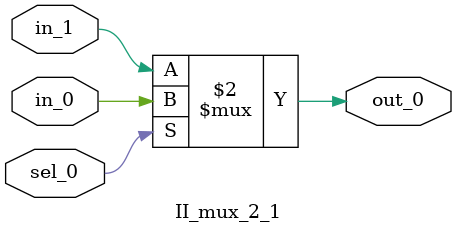
<source format=v>
module II_mux_2_1
(
  input wire in_0,
  input wire in_1,
  input wire sel_0,
//  output reg out_0
  output wire out_0
);

//if写法
//always@(*)
//  if(sel_0 == 1'b1)
//    out_0 = in_0;
//  else
//    out_0 = in_1;

//case写法
//always@(*)
//  case(sel_0)
//    1'b1: out_0 = in_0;
//    1'b0: out_0 = in_1;
//    default: out_0 = in_0;
//  endcase

//三元运算符
assign out_0 = (sel_0 == 1'b1) ? in_0 : in_1;

endmodule

</source>
